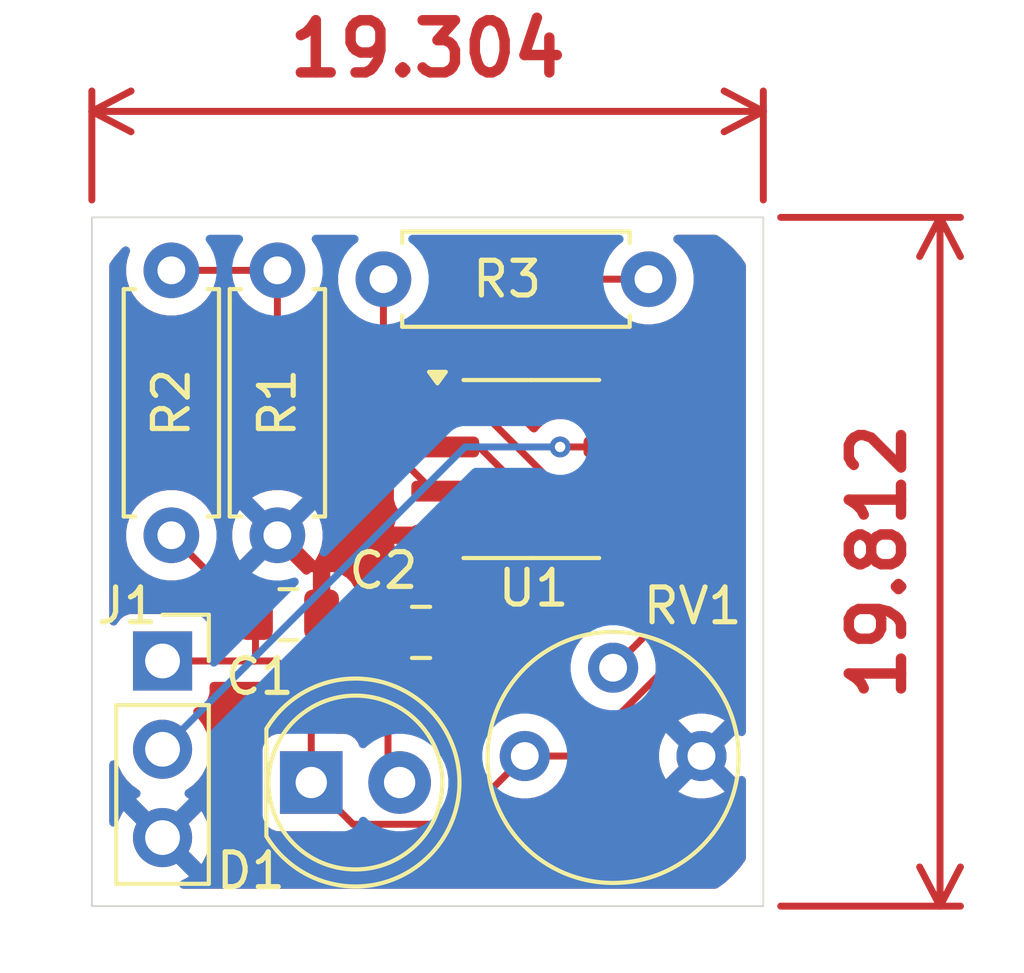
<source format=kicad_pcb>
(kicad_pcb (version 20241229) (generator "pcbnew") (generator_version "9.0")
  (layers (0 "F.Cu" signal) (2 "B.Cu" signal) (13 "F.Paste" user) (15 "B.Paste" user) (5 "F.SilkS" user "F.Silkscreen") (7 "B.SilkS" user "B.Silkscreen") (1 "F.Mask" user) (3 "B.Mask" user) (25 "Edge.Cuts" user))
  (net 0 "")
  (net 1 "GND")
  (net 2 "+3.3V")
  (net 3 "Net-(D1-A)")
  (net 4 "Net-(U1B-+)")
  (net 5 "/Vout")
  (net 6 "Net-(U1A-+)")
  (net 7 "Net-(U1B--)")
  (footprint "Package_SO:SOIC-8_3.9x4.9mm_P1.27mm" (layer "F.Cu") (at 151.827 85.979)
    (property "Reference" "U1" (at 0.065 3.429 0) (layer "F.SilkS"))
    (property "Value" "LMC6482")
    (fp_line (start 0 -2.56) (end -1.95 -2.56) (stroke (width 0.12)) (layer "F.SilkS"))
    (fp_line (start 0 -2.56) (end 1.95 -2.56) (stroke (width 0.12)) (layer "F.SilkS"))
    (fp_line (start 0 2.56) (end -1.95 2.56) (stroke (width 0.12)) (layer "F.SilkS"))
    (fp_line (start 0 2.56) (end 1.95 2.56) (stroke (width 0.12)) (layer "F.SilkS"))
    (fp_poly (pts (xy -2.7 -2.465) (xy -2.94 -2.795) (xy -2.46 -2.795)) (stroke (width 0.12)) (fill yes) (layer "F.SilkS"))
    (pad "1" smd roundrect (at -2.475 -1.905) (size 1.95 0.6) (layers "F.Cu" "F.Mask" "F.Paste") (net 4 "Net-(U1B-+)"))
    (pad "2" smd roundrect (at -2.475 -0.635) (size 1.95 0.6) (layers "F.Cu" "F.Mask" "F.Paste") (net 3 "Net-(D1-A)"))
    (pad "3" smd roundrect (at -2.475 0.635) (size 1.95 0.6) (layers "F.Cu" "F.Mask" "F.Paste") (net 6 "Net-(U1A-+)"))
    (pad "4" smd roundrect (at -2.475 1.905) (size 1.95 0.6) (layers "F.Cu" "F.Mask" "F.Paste") (net 1 "GND"))
    (pad "5" smd roundrect (at 2.475 1.905) (size 1.95 0.6) (layers "F.Cu" "F.Mask" "F.Paste") (net 4 "Net-(U1B-+)"))
    (pad "6" smd roundrect (at 2.475 0.635) (size 1.95 0.6) (layers "F.Cu" "F.Mask" "F.Paste") (net 7 "Net-(U1B--)"))
    (pad "7" smd roundrect (at 2.475 -0.635) (size 1.95 0.6) (layers "F.Cu" "F.Mask" "F.Paste") (net 5 "/Vout"))
    (pad "8" smd roundrect (at 2.475 -1.905) (size 1.95 0.6) (layers "F.Cu" "F.Mask" "F.Paste") (net 2 "+3.3V"))
  )
  (footprint "Capacitor_SMD:C_0805_2012Metric" (layer "F.Cu") (at 148.656 90.678)
    (property "Reference" "C2" (at -1.082 -1.778 0) (layer "F.SilkS"))
    (property "Value" "100nF")
    (fp_line (start -0.261252 -0.735) (end 0.261252 -0.735) (stroke (width 0.12)) (layer "F.SilkS"))
    (fp_line (start -0.261252 0.735) (end 0.261252 0.735) (stroke (width 0.12)) (layer "F.SilkS"))
    (pad "1" smd roundrect (at -0.95 0) (size 1 1.45) (layers "F.Cu" "F.Mask" "F.Paste") (net 3 "Net-(D1-A)"))
    (pad "2" smd roundrect (at 0.95 0) (size 1 1.45) (layers "F.Cu" "F.Mask" "F.Paste") (net 4 "Net-(U1B-+)"))
  )
  (footprint "LED_THT:LED_D5.0mm" (layer "F.Cu") (at 145.5 94.996)
    (property "Reference" "D1" (at -1.736 2.54 0) (layer "F.SilkS"))
    (property "Value" "LED")
    (fp_line (start -1.29 -1.545) (end -1.29 1.545) (stroke (width 0.12)) (layer "F.SilkS"))
    (fp_arc (start -1.29 -1.54483) (mid 2.071779 -2.880495) (end 4.26 0) (stroke (width 0.12)) (layer "F.SilkS"))
    (fp_arc (start 4.26 0) (mid 2.071779 2.880495) (end -1.29 1.54483) (stroke (width 0.12)) (layer "F.SilkS"))
    (fp_circle (center 1.27 0) (end 3.77 0) (stroke (width 0.12)) (fill no) (layer "F.SilkS"))
    (pad "1" thru_hole rect (at 0 0) (size 1.8 1.8) (drill 0.9) (layers "*.Cu" "*.Mask") (net 2 "+3.3V"))
    (pad "2" thru_hole circle (at 2.54 0) (size 1.8 1.8) (drill 0.9) (layers "*.Cu" "*.Mask") (net 3 "Net-(D1-A)"))
  )
  (footprint "Resistor_THT:R_Axial_DIN0207_L6.3mm_D2.5mm_P7.62mm_Horizontal" (layer "F.Cu") (at 147.574 80.518)
    (property "Reference" "R3" (at 3.556 0 0) (layer "F.SilkS"))
    (property "Value" "5.1M")
    (fp_line (start 0.54 -1.37) (end 7.08 -1.37) (stroke (width 0.12)) (layer "F.SilkS"))
    (fp_line (start 0.54 -1.04) (end 0.54 -1.37) (stroke (width 0.12)) (layer "F.SilkS"))
    (fp_line (start 0.54 1.04) (end 0.54 1.37) (stroke (width 0.12)) (layer "F.SilkS"))
    (fp_line (start 0.54 1.37) (end 7.08 1.37) (stroke (width 0.12)) (layer "F.SilkS"))
    (fp_line (start 7.08 -1.37) (end 7.08 -1.04) (stroke (width 0.12)) (layer "F.SilkS"))
    (fp_line (start 7.08 1.37) (end 7.08 1.04) (stroke (width 0.12)) (layer "F.SilkS"))
    (pad "1" thru_hole circle (at 0 0) (size 1.6 1.6) (drill 0.8) (layers "*.Cu" "*.Mask") (net 3 "Net-(D1-A)"))
    (pad "2" thru_hole circle (at 7.62 0) (size 1.6 1.6) (drill 0.8) (layers "*.Cu" "*.Mask") (net 4 "Net-(U1B-+)"))
  )
  (footprint "Resistor_THT:R_Axial_DIN0207_L6.3mm_D2.5mm_P7.62mm_Horizontal" (layer "F.Cu") (at 141.478 87.884 90)
    (property "Reference" "R2" (at 3.81 0 90) (layer "F.SilkS"))
    (property "Value" "10k")
    (fp_line (start 7.08 -1.37) (end 7.08 -1.04) (stroke (width 0.12)) (layer "F.SilkS"))
    (fp_line (start 0.54 -1.37) (end 7.08 -1.37) (stroke (width 0.12)) (layer "F.SilkS"))
    (fp_line (start 0.54 -1.04) (end 0.54 -1.37) (stroke (width 0.12)) (layer "F.SilkS"))
    (fp_line (start 0.54 1.04) (end 0.54 1.37) (stroke (width 0.12)) (layer "F.SilkS"))
    (fp_line (start 7.08 1.37) (end 7.08 1.04) (stroke (width 0.12)) (layer "F.SilkS"))
    (fp_line (start 0.54 1.37) (end 7.08 1.37) (stroke (width 0.12)) (layer "F.SilkS"))
    (pad "1" thru_hole circle (at 0 0 90) (size 1.6 1.6) (drill 0.8) (layers "*.Cu" "*.Mask") (net 2 "+3.3V"))
    (pad "2" thru_hole circle (at 7.62 0 90) (size 1.6 1.6) (drill 0.8) (layers "*.Cu" "*.Mask") (net 6 "Net-(U1A-+)"))
  )
  (footprint "Connector_PinSocket_2.54mm:PinSocket_1x03_P2.54mm_Vertical" (layer "F.Cu") (at 141.224 91.5)
    (property "Reference" "J1" (at -1.016 -1.584 180) (layer "F.SilkS"))
    (property "Value" "Conn_01x03")
    (fp_line (start -1.33 1.27) (end -1.33 6.41) (stroke (width 0.12)) (layer "F.SilkS"))
    (fp_line (start -1.33 1.27) (end 1.33 1.27) (stroke (width 0.12)) (layer "F.SilkS"))
    (fp_line (start -1.33 6.41) (end 1.33 6.41) (stroke (width 0.12)) (layer "F.SilkS"))
    (fp_line (start 0 -1.33) (end 1.33 -1.33) (stroke (width 0.12)) (layer "F.SilkS"))
    (fp_line (start 1.33 -1.33) (end 1.33 0) (stroke (width 0.12)) (layer "F.SilkS"))
    (fp_line (start 1.33 1.27) (end 1.33 6.41) (stroke (width 0.12)) (layer "F.SilkS"))
    (pad "1" thru_hole rect (at 0 0) (size 1.7 1.7) (drill 1) (layers "*.Cu" "*.Mask") (net 2 "+3.3V"))
    (pad "2" thru_hole circle (at 0 2.54) (size 1.7 1.7) (drill 1) (layers "*.Cu" "*.Mask") (net 5 "/Vout"))
    (pad "3" thru_hole circle (at 0 5.08) (size 1.7 1.7) (drill 1) (layers "*.Cu" "*.Mask") (net 1 "GND"))
  )
  (footprint "Potentiometer_THT:Potentiometer_Vishay_T7-YA_Single_Vertical" (layer "F.Cu") (at 156.718 94.234 90)
    (property "Reference" "RV1" (at 4.318 -0.254 180) (layer "F.SilkS"))
    (property "Value" "R_Potentiometer")
    (fp_circle (center -0.04 -2.54) (end 3.57 -2.54) (stroke (width 0.12)) (fill no) (layer "F.SilkS"))
    (pad "1" thru_hole circle (at 0 0 90) (size 1.44 1.44) (drill 0.8) (layers "*.Cu" "*.Mask") (net 1 "GND"))
    (pad "2" thru_hole circle (at 2.54 -2.54 90) (size 1.44 1.44) (drill 0.8) (layers "*.Cu" "*.Mask") (net 7 "Net-(U1B--)"))
    (pad "3" thru_hole circle (at 0 -5.08 90) (size 1.44 1.44) (drill 0.8) (layers "*.Cu" "*.Mask") (net 2 "+3.3V"))
  )
  (footprint "Resistor_THT:R_Axial_DIN0207_L6.3mm_D2.5mm_P7.62mm_Horizontal" (layer "F.Cu") (at 144.526 80.264 -90)
    (property "Reference" "R1" (at 3.81 0 90) (layer "F.SilkS"))
    (property "Value" "10k")
    (fp_line (start 0.54 1.37) (end 7.08 1.37) (stroke (width 0.12)) (layer "F.SilkS"))
    (fp_line (start 7.08 1.37) (end 7.08 1.04) (stroke (width 0.12)) (layer "F.SilkS"))
    (fp_line (start 0.54 1.04) (end 0.54 1.37) (stroke (width 0.12)) (layer "F.SilkS"))
    (fp_line (start 0.54 -1.04) (end 0.54 -1.37) (stroke (width 0.12)) (layer "F.SilkS"))
    (fp_line (start 0.54 -1.37) (end 7.08 -1.37) (stroke (width 0.12)) (layer "F.SilkS"))
    (fp_line (start 7.08 -1.37) (end 7.08 -1.04) (stroke (width 0.12)) (layer "F.SilkS"))
    (pad "1" thru_hole circle (at 0 0 270) (size 1.6 1.6) (drill 0.8) (layers "*.Cu" "*.Mask") (net 6 "Net-(U1A-+)"))
    (pad "2" thru_hole circle (at 7.62 0 270) (size 1.6 1.6) (drill 0.8) (layers "*.Cu" "*.Mask") (net 1 "GND"))
  )
  (footprint "Capacitor_SMD:C_0805_2012Metric" (layer "F.Cu") (at 144.846 90.17)
    (property "Reference" "C1" (at -0.828 1.778 0) (layer "F.SilkS"))
    (property "Value" "1uF")
    (fp_line (start -0.261252 -0.735) (end 0.261252 -0.735) (stroke (width 0.12)) (layer "F.SilkS"))
    (fp_line (start -0.261252 0.735) (end 0.261252 0.735) (stroke (width 0.12)) (layer "F.SilkS"))
    (pad "1" smd roundrect (at -0.95 0) (size 1 1.45) (layers "F.Cu" "F.Mask" "F.Paste") (net 2 "+3.3V"))
    (pad "2" smd roundrect (at 0.95 0) (size 1 1.45) (layers "F.Cu" "F.Mask" "F.Paste") (net 1 "GND"))
  )
  (gr_rect (start 139.192 78.74) (end 158.496 98.552) (stroke (width 0.05)) (fill no) (layer "Edge.Cuts"))
  (dimension (type orthogonal) (layer "F.Cu") (pts (xy 158.496 78.74) (xy 139.192 78.74)) (height -3.048) (orientation 0) (format (prefix "") (suffix "") (units 3) (units_format 0) (precision 4) (suppress_zeroes yes)) (style (thickness 0.2) (arrow_length 1.27) (text_position_mode 0) (arrow_direction outward) (extension_height 0.58642) (extension_offset 0.5) (keep_text_aligned yes)) (gr_text "19.304" (at 148.844 73.892 0) (layer "F.Cu") (effects (font (size 1.5 1.5) (thickness 0.3)))))
  (dimension (type orthogonal) (layer "F.Cu") (pts (xy 158.496 98.552) (xy 158.496 78.74)) (height 5.08) (orientation 1) (format (prefix "") (suffix "") (units 3) (units_format 0) (precision 4) (suppress_zeroes yes)) (style (thickness 0.2) (arrow_length 1.27) (text_position_mode 0) (arrow_direction outward) (extension_height 0.58642) (extension_offset 0.5) (keep_text_aligned yes)) (gr_text "19.812" (at 161.776 88.646 90) (layer "F.Cu") (effects (font (size 1.5 1.5) (thickness 0.3)))))
  (segment (start 141.478 87.884) (end 143.764 90.17) (width 0.2) (layer "F.Cu") (net 2))
  (segment (start 151.638 94.234) (end 153.162 94.234) (width 0.2) (layer "F.Cu") (net 2))
  (segment (start 144.502 91.5) (end 145.5 92.498) (width 0.2) (layer "F.Cu") (net 2))
  (segment (start 155.979 84.776001) (end 155.276999 84.074) (width 0.2) (layer "F.Cu") (net 2))
  (segment (start 155.979 91.417) (end 155.979 84.776001) (width 0.2) (layer "F.Cu") (net 2))
  (segment (start 153.162 94.234) (end 155.979 91.417) (width 0.2) (layer "F.Cu") (net 2))
  (segment (start 145.5 92.498) (end 145.5 95.5) (width 0.2) (layer "F.Cu") (net 2))
  (segment (start 143.896 91.463598) (end 143.859598 91.5) (width 0.2) (layer "F.Cu") (net 2))
  (segment (start 145.5 94.996) (end 146.701 96.197) (width 0.2) (layer "F.Cu") (net 2))
  (segment (start 143.859598 91.5) (end 144.502 91.5) (width 0.2) (layer "F.Cu") (net 2))
  (segment (start 146.701 96.197) (end 149.675 96.197) (width 0.2) (layer "F.Cu") (net 2))
  (segment (start 141.5 91.5) (end 143.859598 91.5) (width 0.2) (layer "F.Cu") (net 2))
  (segment (start 143.764 90.17) (end 143.896 90.17) (width 0.2) (layer "F.Cu") (net 2))
  (segment (start 143.896 90.17) (end 143.896 91.463598) (width 0.2) (layer "F.Cu") (net 2))
  (segment (start 155.276999 84.074) (end 154.302 84.074) (width 0.2) (layer "F.Cu") (net 2))
  (segment (start 149.675 96.197) (end 151.638 94.234) (width 0.2) (layer "F.Cu") (net 2))
  (segment (start 148.732 89.652) (end 147.706 90.678) (width 0.2) (layer "F.Cu") (net 3))
  (segment (start 150.326999 85.344) (end 149.352 85.344) (width 0.2) (layer "F.Cu") (net 3))
  (segment (start 147.706 94.662) (end 148.04 94.996) (width 0.2) (layer "F.Cu") (net 3))
  (segment (start 147.706 90.678) (end 147.706 94.662) (width 0.2) (layer "F.Cu") (net 3))
  (segment (start 152.7605 87.777501) (end 150.326999 85.344) (width 0.2) (layer "F.Cu") (net 3))
  (segment (start 150.886001 89.652) (end 148.732 89.652) (width 0.2) (layer "F.Cu") (net 3))
  (segment (start 147.574 83.912968) (end 149.005032 85.344) (width 0.2) (layer "F.Cu") (net 3))
  (segment (start 152.7605 87.777501) (end 150.886001 89.652) (width 0.2) (layer "F.Cu") (net 3))
  (segment (start 147.574 80.518) (end 147.574 83.912968) (width 0.2) (layer "F.Cu") (net 3))
  (segment (start 149.005032 85.344) (end 149.352 85.344) (width 0.2) (layer "F.Cu") (net 3))
  (segment (start 155.194 80.518) (end 152.908 80.518) (width 0.2) (layer "F.Cu") (net 4))
  (segment (start 152.908 80.518) (end 149.352 84.074) (width 0.2) (layer "F.Cu") (net 4))
  (segment (start 149.352 84.074) (end 150.145032 84.074) (width 0.2) (layer "F.Cu") (net 4))
  (segment (start 151.508 90.678) (end 154.302 87.884) (width 0.2) (layer "F.Cu") (net 4))
  (segment (start 149.606 90.678) (end 151.508 90.678) (width 0.2) (layer "F.Cu") (net 4))
  (segment (start 153.955032 87.884) (end 154.302 87.884) (width 0.2) (layer "F.Cu") (net 4))
  (segment (start 150.145032 84.074) (end 153.955032 87.884) (width 0.2) (layer "F.Cu") (net 4))
  (segment (start 154.302 85.344) (end 152.654 85.344) (width 0.2) (layer "F.Cu") (net 5))
  (via (at 152.654 85.344) (size 0.6) (drill 0.3) (layers "F.Cu" "B.Cu") (net 5))
  (segment (start 141.224 94.04) (end 149.92 85.344) (width 0.2) (layer "B.Cu") (net 5))
  (segment (start 149.92 85.344) (end 152.654 85.344) (width 0.2) (layer "B.Cu") (net 5))
  (segment (start 144.526 80.264) (end 144.526 82.134968) (width 0.2) (layer "F.Cu") (net 6))
  (segment (start 149.005032 86.614) (end 149.352 86.614) (width 0.2) (layer "F.Cu") (net 6))
  (segment (start 144.526 82.134968) (end 149.005032 86.614) (width 0.2) (layer "F.Cu") (net 6))
  (segment (start 141.478 80.264) (end 144.526 80.264) (width 0.2) (layer "F.Cu") (net 6))
  (segment (start 155.578 86.915001) (end 155.276999 86.614) (width 0.2) (layer "F.Cu") (net 7))
  (segment (start 155.578 90.294) (end 155.578 86.915001) (width 0.2) (layer "F.Cu") (net 7))
  (segment (start 155.276999 86.614) (end 154.302 86.614) (width 0.2) (layer "F.Cu") (net 7))
  (segment (start 154.178 91.694) (end 155.578 90.294) (width 0.2) (layer "F.Cu") (net 7))
  (zone (net 1) (net_name "GND") (layers "F.Cu" "B.Cu") (connect_pads (clearance 0.5)) (min_thickness 0.25) (fill yes (thermal_gap 0.5) (thermal_bridge_width 0.5) (smoothing fillet) (radius 3))
    (polygon (pts (xy 158.496 78.74) (xy 158.496 98.552) (xy 139.192 98.552) (xy 139.192 78.74)))
  )
)
</source>
